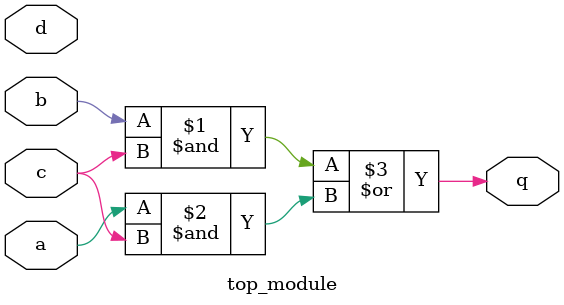
<source format=sv>
module top_module (
    input a, 
    input b, 
    input c, 
    input d,
    output q
);
    assign q = (b & c) | (a & c);
endmodule

</source>
